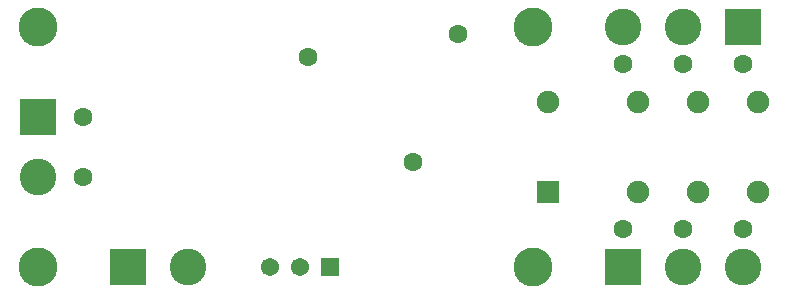
<source format=gbs>
G04 #@! TF.GenerationSoftware,KiCad,Pcbnew,6.0.9-8da3e8f707~116~ubuntu20.04.1*
G04 #@! TF.CreationDate,2023-03-26T17:56:32+00:00*
G04 #@! TF.ProjectId,LEC011001,4c454330-3131-4303-9031-2e6b69636164,rev?*
G04 #@! TF.SameCoordinates,Original*
G04 #@! TF.FileFunction,Soldermask,Bot*
G04 #@! TF.FilePolarity,Negative*
%FSLAX46Y46*%
G04 Gerber Fmt 4.6, Leading zero omitted, Abs format (unit mm)*
G04 Created by KiCad (PCBNEW 6.0.9-8da3e8f707~116~ubuntu20.04.1) date 2023-03-26 17:56:32*
%MOMM*%
%LPD*%
G01*
G04 APERTURE LIST*
G04 Aperture macros list*
%AMRoundRect*
0 Rectangle with rounded corners*
0 $1 Rounding radius*
0 $2 $3 $4 $5 $6 $7 $8 $9 X,Y pos of 4 corners*
0 Add a 4 corners polygon primitive as box body*
4,1,4,$2,$3,$4,$5,$6,$7,$8,$9,$2,$3,0*
0 Add four circle primitives for the rounded corners*
1,1,$1+$1,$2,$3*
1,1,$1+$1,$4,$5*
1,1,$1+$1,$6,$7*
1,1,$1+$1,$8,$9*
0 Add four rect primitives between the rounded corners*
20,1,$1+$1,$2,$3,$4,$5,0*
20,1,$1+$1,$4,$5,$6,$7,0*
20,1,$1+$1,$6,$7,$8,$9,0*
20,1,$1+$1,$8,$9,$2,$3,0*%
G04 Aperture macros list end*
%ADD10C,3.302000*%
%ADD11RoundRect,0.051000X-1.500000X-1.500000X1.500000X-1.500000X1.500000X1.500000X-1.500000X1.500000X0*%
%ADD12C,3.102000*%
%ADD13RoundRect,0.051000X-1.500000X1.500000X-1.500000X-1.500000X1.500000X-1.500000X1.500000X1.500000X0*%
%ADD14RoundRect,0.051000X1.500000X1.500000X-1.500000X1.500000X-1.500000X-1.500000X1.500000X-1.500000X0*%
%ADD15C,1.902000*%
%ADD16RoundRect,0.051000X0.900000X-0.900000X0.900000X0.900000X-0.900000X0.900000X-0.900000X-0.900000X0*%
%ADD17RoundRect,0.051000X-0.720000X-0.720000X0.720000X-0.720000X0.720000X0.720000X-0.720000X0.720000X0*%
%ADD18C,1.542000*%
%ADD19C,1.602000*%
G04 APERTURE END LIST*
D10*
G04 #@! TO.C,H1*
X83820000Y-53340000D03*
G04 #@! TD*
G04 #@! TO.C,H2*
X125730000Y-33020000D03*
G04 #@! TD*
G04 #@! TO.C,H3*
X83820000Y-33020000D03*
G04 #@! TD*
G04 #@! TO.C,H4*
X125730000Y-53340000D03*
G04 #@! TD*
D11*
G04 #@! TO.C,J1*
X91440000Y-53340000D03*
D12*
X96520000Y-53340000D03*
G04 #@! TD*
D13*
G04 #@! TO.C,J2*
X83820000Y-40640000D03*
D12*
X83820000Y-45720000D03*
G04 #@! TD*
D14*
G04 #@! TO.C,J3*
X143510000Y-33020000D03*
D12*
X138430000Y-33020000D03*
X133350000Y-33020000D03*
G04 #@! TD*
D11*
G04 #@! TO.C,J4*
X133350000Y-53340000D03*
D12*
X138430000Y-53340000D03*
X143510000Y-53340000D03*
G04 #@! TD*
D15*
G04 #@! TO.C,K1*
X127000000Y-39370000D03*
X134620000Y-39370000D03*
X139700000Y-39370000D03*
X144780000Y-39370000D03*
X144780000Y-46990000D03*
X139700000Y-46990000D03*
X134620000Y-46990000D03*
D16*
X127000000Y-46990000D03*
G04 #@! TD*
D17*
G04 #@! TO.C,RV1*
X108550000Y-53340000D03*
D18*
X106010000Y-53340000D03*
X103470000Y-53340000D03*
G04 #@! TD*
D19*
G04 #@! TO.C,TP1*
X87630000Y-40640000D03*
G04 #@! TD*
G04 #@! TO.C,TP2*
X87630000Y-45720000D03*
G04 #@! TD*
G04 #@! TO.C,TP3*
X115570000Y-44450000D03*
G04 #@! TD*
G04 #@! TO.C,TP4*
X119380000Y-33655000D03*
G04 #@! TD*
G04 #@! TO.C,TP5*
X106680000Y-35560000D03*
G04 #@! TD*
G04 #@! TO.C,TP6*
X138430000Y-36195000D03*
G04 #@! TD*
G04 #@! TO.C,TP7*
X133350000Y-36195000D03*
G04 #@! TD*
G04 #@! TO.C,TP8*
X143510000Y-36195000D03*
G04 #@! TD*
G04 #@! TO.C,TP9*
X138430000Y-50165000D03*
G04 #@! TD*
G04 #@! TO.C,TP10*
X133350000Y-50165000D03*
G04 #@! TD*
G04 #@! TO.C,TP11*
X143510000Y-50165000D03*
G04 #@! TD*
M02*

</source>
